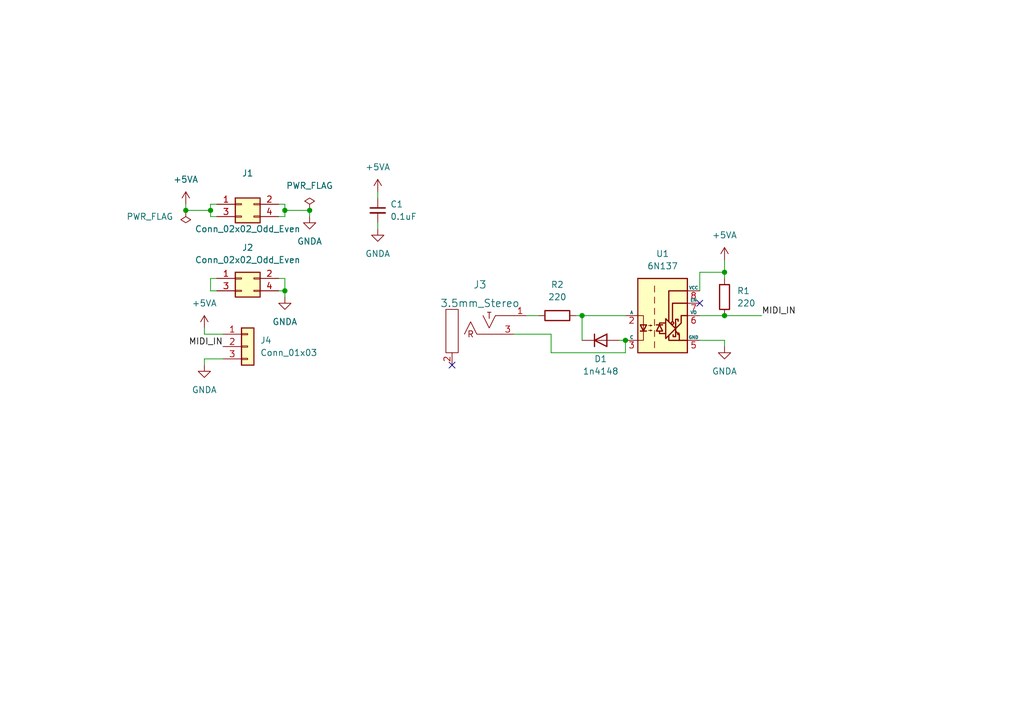
<source format=kicad_sch>
(kicad_sch (version 20211123) (generator eeschema)
  (paper "A5")
  (lib_symbols
    (symbol "4ms:3.5mm_Stereo" (pin_names (offset 0) hide)
      (property "Reference" "J" (at -6.35 -7.62 0))
      (property "Value" "3.5mm_Stereo" (at 6.35 6.604 0))
      (symbol "3.5mm_Stereo_0_0"
        (rectangle (start -6.35 5.08) (end -3.81 -3.81))
        (polyline (pts (xy 1.27 3.81) (xy 2.54 1.27) (xy 3.81 3.81) (xy 7.62 3.81)))
        (text "R" (at -1.27 0 0) (effects (font (size 1.27 1.27))))
        (text "T" (at 2.54 3.81 0) (effects (font (size 1.27 1.27))))
      )
      (symbol "3.5mm_Stereo_0_1"
        (polyline (pts (xy 5.08 0) (xy 0 0) (xy -1.27 2.54) (xy -2.54 0)))
      )
      (symbol "3.5mm_Stereo_1_1"
        (pin passive line (at 10.16 3.81 180) (length 2.54) (name "SIG") (number "1"))
        (pin passive line (at -5.08 -6.35 90) (length 2.54) (name "SHEILD") (number "2"))
        (pin passive line (at 7.62 0 180) (length 2.54) (name "SW") (number "3"))
      )
    )
    (symbol "Connector_Generic:Conn_01x03" (pin_names (offset 1.016) hide)
      (property "Reference" "J" (at 0 5.08 0))
      (property "Value" "Conn_01x03" (at 0 -5.08 0))
      (symbol "Conn_01x03_1_1"
        (rectangle (start -1.27 -2.413) (end 0 -2.667) (stroke (width 0.1524)))
        (rectangle (start -1.27 0.127) (end 0 -0.127) (stroke (width 0.1524)))
        (rectangle (start -1.27 2.667) (end 0 2.413) (stroke (width 0.1524)))
        (rectangle (start -1.27 3.81) (end 1.27 -3.81) (stroke (width 0.254)) (fill (type background)))
        (pin passive line (at -5.08 2.54 0) (length 3.81) (name "Pin_1") (number "1"))
        (pin passive line (at -5.08 0 0) (length 3.81) (name "Pin_2") (number "2"))
        (pin passive line (at -5.08 -2.54 0) (length 3.81) (name "Pin_3") (number "3"))
      )
    )
    (symbol "Connector_Generic:Conn_02x02_Odd_Even" (pin_names (offset 1.016) hide)
      (property "Reference" "J" (at 1.27 2.54 0))
      (property "Value" "Conn_02x02_Odd_Even" (at 1.27 -5.08 0))
      (symbol "Conn_02x02_Odd_Even_1_1"
        (rectangle (start -1.27 -2.413) (end 0 -2.667) (stroke (width 0.1524)))
        (rectangle (start -1.27 0.127) (end 0 -0.127) (stroke (width 0.1524)))
        (rectangle (start -1.27 1.27) (end 3.81 -3.81) (stroke (width 0.254)) (fill (type background)))
        (rectangle (start 3.81 -2.413) (end 2.54 -2.667) (stroke (width 0.1524)))
        (rectangle (start 3.81 0.127) (end 2.54 -0.127) (stroke (width 0.1524)))
        (pin passive line (at -5.08 0 0) (length 3.81) (name "Pin_1") (number "1"))
        (pin passive line (at 7.62 0 180) (length 3.81) (name "Pin_2") (number "2"))
        (pin passive line (at -5.08 -2.54 0) (length 3.81) (name "Pin_3") (number "3"))
        (pin passive line (at 7.62 -2.54 180) (length 3.81) (name "Pin_4") (number "4"))
      )
    )
    (symbol "Device:C_Small" (pin_numbers hide) (pin_names (offset 0.254) hide)
      (property "Reference" "C" (at 0.254 1.778 0))
      (property "Value" "C_Small" (at 0.254 -2.032 0))
      (symbol "C_Small_0_1"
        (polyline (pts (xy -1.524 -0.508) (xy 1.524 -0.508)) (stroke (width 0.3302)))
        (polyline (pts (xy -1.524 0.508) (xy 1.524 0.508)) (stroke (width 0.3048)))
      )
      (symbol "C_Small_1_1"
        (pin passive line (at 0 2.54 270) (length 2.032) (name "~") (number "1"))
        (pin passive line (at 0 -2.54 90) (length 2.032) (name "~") (number "2"))
      )
    )
    (symbol "Device:D" (pin_numbers hide) (pin_names (offset 1.016) hide)
      (property "Reference" "D" (at 0 2.54 0))
      (property "Value" "D" (at 0 -2.54 0))
      (symbol "D_0_1"
        (polyline (pts (xy -1.27 1.27) (xy -1.27 -1.27)) (stroke (width 0.254)))
        (polyline (pts (xy 1.27 0) (xy -1.27 0)))
        (polyline (pts (xy 1.27 1.27) (xy 1.27 -1.27) (xy -1.27 0) (xy 1.27 1.27)) (stroke (width 0.254)))
      )
      (symbol "D_1_1"
        (pin passive line (at -3.81 0 0) (length 2.54) (name "K") (number "1"))
        (pin passive line (at 3.81 0 180) (length 2.54) (name "A") (number "2"))
      )
    )
    (symbol "Device:R" (pin_numbers hide) (pin_names (offset 0))
      (property "Reference" "R" (at 2.032 0 90))
      (property "Value" "R" (at 0 0 90))
      (symbol "R_0_1"
        (rectangle (start -1.016 -2.54) (end 1.016 2.54) (stroke (width 0.254)))
      )
      (symbol "R_1_1"
        (pin passive line (at 0 3.81 270) (length 1.27) (name "~") (number "1"))
        (pin passive line (at 0 -3.81 90) (length 1.27) (name "~") (number "2"))
      )
    )
    (symbol "Isolator:6N137" (pin_names (offset 0))
      (property "Reference" "U" (at -4.064 8.89 0))
      (property "Value" "6N137" (at 0 -8.89 0))
      (symbol "6N137_0_1"
        (polyline (pts (xy 2.667 -3.556) (xy 2.667 -1.651)) (stroke (width 0.254)))
        (polyline (pts (xy 2.667 -2.159) (xy 2.667 -2.921)) (stroke (width 0.254)))
        (polyline (pts (xy 3.429 -3.937) (xy 3.429 -5.08)) (stroke (width 0.254)))
        (polyline (pts (xy -0.635 -3.302) (xy -0.635 -3.683) (xy 0.635 -3.683)) (stroke (width 0.254)))
        (polyline (pts (xy -0.635 -1.905) (xy -0.635 -1.524) (xy 0.508 -1.524)) (stroke (width 0.254)))
        (polyline (pts (xy 1.27 -4.064) (xy 1.27 -5.08) (xy 5.08 -5.08)) (stroke (width 0.254)))
        (polyline (pts (xy 1.27 -1.27) (xy 1.27 5.08) (xy 5.08 5.08)) (stroke (width 0.254)))
        (polyline (pts (xy 2.032 -1.27) (xy 2.032 2.54) (xy 5.08 2.54)) (stroke (width 0.254)))
        (polyline (pts (xy -5.08 -5.08) (xy -3.937 -5.08) (xy -3.937 0) (xy -5.08 0)))
        (polyline (pts (xy 2.667 -3.302) (xy 2.667 -4.318) (xy 2.159 -4.318) (xy 2.159 -3.937)) (stroke (width 0.254)))
        (polyline (pts (xy 2.667 -2.667) (xy 0.635 -4.699) (xy 0.635 -0.635) (xy 2.667 -2.667)) (stroke (width 0.254)))
        (polyline (pts (xy 2.667 -1.778) (xy 2.667 -0.762) (xy 3.175 -0.762) (xy 3.175 -1.143)) (stroke (width 0.254)))
        (polyline (pts (xy 2.794 -2.54) (xy 3.81 -1.524) (xy 3.81 0) (xy 5.08 0)) (stroke (width 0.254)))
        (polyline (pts (xy 2.667 -3.175) (xy 3.429 -3.937) (xy 3.302 -3.556) (xy 3.048 -3.81) (xy 3.429 -3.937)) (stroke (width 0.254)))
        (circle (center 2.032 -1.524) (radius 0.254) (stroke (width 0.254)))
      )
      (symbol "6N137_1_1"
        (rectangle (start -5.08 7.62) (end 5.08 -7.62) (stroke (width 0.254)) (fill (type background)))
        (polyline (pts (xy -4.572 -3.175) (xy -3.302 -3.175)) (stroke (width 0.254)))
        (polyline (pts (xy -1.651 -5.334) (xy -1.651 -6.604)))
        (polyline (pts (xy -1.651 -3.048) (xy -1.651 -4.318)))
        (polyline (pts (xy -1.651 -0.762) (xy -1.651 -2.032)))
        (polyline (pts (xy -1.651 1.524) (xy -1.651 0.254)))
        (polyline (pts (xy -1.651 3.81) (xy -1.651 2.54)))
        (polyline (pts (xy -1.651 6.096) (xy -1.651 4.826)))
        (polyline (pts (xy -1.27 -1.905) (xy 0 -1.905)) (stroke (width 0.254)))
        (polyline (pts (xy -3.937 -3.175) (xy -4.572 -1.905) (xy -3.302 -1.905) (xy -3.937 -3.175)) (stroke (width 0.254)))
        (polyline (pts (xy -0.635 -1.905) (xy -1.27 -3.175) (xy 0 -3.175) (xy -0.635 -1.905)) (stroke (width 0.254)))
        (polyline (pts (xy -2.921 -3.048) (xy -2.159 -3.048) (xy -2.54 -3.175) (xy -2.54 -2.921) (xy -2.159 -3.048)) (stroke (width 0.127)))
        (polyline (pts (xy -2.921 -2.032) (xy -2.159 -2.032) (xy -2.54 -2.159) (xy -2.54 -1.905) (xy -2.159 -2.032)) (stroke (width 0.127)))
        (pin no_connect line (at -5.08 5.08 0) (length 2.54) hide (name "NC") (number "1"))
        (pin passive line (at -7.62 0 0) (length 2.54) (name "A") (number "2"))
        (pin passive line (at -7.62 -5.08 0) (length 2.54) (name "C") (number "3"))
        (pin power_in line (at 7.62 -5.08 180) (length 2.54) (name "GND") (number "5"))
        (pin open_collector line (at 7.62 0 180) (length 2.54) (name "VO") (number "6"))
        (pin input line (at 7.62 2.54 180) (length 2.54) (name "EN") (number "7"))
        (pin power_in line (at 7.62 5.08 180) (length 2.54) (name "VCC") (number "8"))
      )
    )
    (symbol "power:+5VA" (power) (pin_names (offset 0))
      (property "Value" "+5VA" (at 0 3.556 0))
      (symbol "+5VA_0_1"
        (polyline (pts (xy -0.762 1.27) (xy 0 2.54)))
        (polyline (pts (xy 0 0) (xy 0 2.54)))
        (polyline (pts (xy 0 2.54) (xy 0.762 1.27)))
      )
      (symbol "+5VA_1_1"
        (pin power_in line (at 0 0 90) (length 0) hide (name "+5VA") (number "1"))
      )
    )
    (symbol "power:GNDA" (power) (pin_names (offset 0))
      (property "Value" "GNDA" (at 0 -3.81 0))
      (symbol "GNDA_0_1"
        (polyline (pts (xy 0 0) (xy 0 -1.27) (xy 1.27 -1.27) (xy 0 -2.54) (xy -1.27 -1.27) (xy 0 -1.27)))
      )
      (symbol "GNDA_1_1"
        (pin power_in line (at 0 0 270) (length 0) hide (name "GNDA") (number "1"))
      )
    )
    (symbol "power:PWR_FLAG" (power) (pin_numbers hide) (pin_names (offset 0) hide)
      (property "Value" "PWR_FLAG" (at 0 3.81 0))
      (symbol "PWR_FLAG_0_0"
        (pin power_out line (at 0 0 90) (length 0) (name "pwr") (number "1"))
      )
      (symbol "PWR_FLAG_0_1"
        (polyline (pts (xy 0 0) (xy 0 1.27) (xy -1.016 1.905) (xy 0 2.54) (xy 1.016 1.905) (xy 0 1.27)))
      )
    )
  )
  (junction (at 58.42 43.18))
  (junction (at 119.38 64.77))
  (junction (at 43.18 43.18))
  (junction (at 148.59 55.88))
  (junction (at 128.27 69.85))
  (junction (at 148.59 64.77))
  (junction (at 38.1 43.18))
  (junction (at 58.42 59.69))
  (junction (at 63.5 43.18))
  (no_connect (at 92.71 74.93))
  (no_connect (at 143.51 62.23))
  (wire (pts (xy 41.91 68.58) (xy 45.72 68.58)))
  (wire (pts (xy 57.15 44.45) (xy 58.42 44.45)))
  (wire (pts (xy 58.42 41.91) (xy 58.42 43.18)))
  (wire (pts (xy 143.51 69.85) (xy 148.59 69.85)))
  (wire (pts (xy 58.42 43.18) (xy 58.42 44.45)))
  (wire (pts (xy 57.15 57.15) (xy 58.42 57.15)))
  (wire (pts (xy 143.51 64.77) (xy 148.59 64.77)))
  (wire (pts (xy 77.47 39.37) (xy 77.47 40.64)))
  (wire (pts (xy 44.45 59.69) (xy 43.18 59.69)))
  (wire (pts (xy 43.18 44.45) (xy 44.45 44.45)))
  (wire (pts (xy 63.5 44.45) (xy 63.5 43.18)))
  (wire (pts (xy 119.38 64.77) (xy 128.27 64.77)))
  (wire (pts (xy 119.38 64.77) (xy 119.38 69.85)))
  (wire (pts (xy 143.51 59.69) (xy 143.51 55.88)))
  (wire (pts (xy 57.15 59.69) (xy 58.42 59.69)))
  (wire (pts (xy 38.1 41.91) (xy 38.1 43.18)))
  (wire (pts (xy 148.59 55.88) (xy 148.59 57.15)))
  (wire (pts (xy 113.03 72.39) (xy 128.27 72.39)))
  (wire (pts (xy 43.18 43.18) (xy 38.1 43.18)))
  (wire (pts (xy 77.47 45.72) (xy 77.47 46.99)))
  (wire (pts (xy 148.59 53.34) (xy 148.59 55.88)))
  (wire (pts (xy 148.59 64.77) (xy 156.21 64.77)))
  (wire (pts (xy 128.27 69.85) (xy 128.27 72.39)))
  (wire (pts (xy 107.95 64.77) (xy 110.49 64.77)))
  (wire (pts (xy 44.45 41.91) (xy 43.18 41.91)))
  (wire (pts (xy 113.03 68.58) (xy 113.03 72.39)))
  (wire (pts (xy 58.42 59.69) (xy 58.42 60.96)))
  (wire (pts (xy 43.18 43.18) (xy 43.18 44.45)))
  (wire (pts (xy 57.15 41.91) (xy 58.42 41.91)))
  (wire (pts (xy 41.91 67.31) (xy 41.91 68.58)))
  (wire (pts (xy 128.27 69.85) (xy 127 69.85)))
  (wire (pts (xy 143.51 55.88) (xy 148.59 55.88)))
  (wire (pts (xy 41.91 74.93) (xy 41.91 73.66)))
  (wire (pts (xy 58.42 57.15) (xy 58.42 59.69)))
  (wire (pts (xy 43.18 59.69) (xy 43.18 57.15)))
  (wire (pts (xy 105.41 68.58) (xy 113.03 68.58)))
  (wire (pts (xy 41.91 73.66) (xy 45.72 73.66)))
  (wire (pts (xy 148.59 69.85) (xy 148.59 71.12)))
  (wire (pts (xy 58.42 43.18) (xy 63.5 43.18)))
  (wire (pts (xy 43.18 57.15) (xy 44.45 57.15)))
  (wire (pts (xy 43.18 41.91) (xy 43.18 43.18)))
  (wire (pts (xy 118.11 64.77) (xy 119.38 64.77)))
  (label "MIDI_IN" (at 45.72 71.12 180))
  (label "MIDI_IN" (at 156.21 64.77 0))
  (symbol (lib_id "Connector_Generic:Conn_01x03") (at 50.8 71.12 0) (unit 1)
    (property "Reference" "J4" (at 53.34 69.8499 0) (effects (justify left)))
    (property "Value" "Conn_01x03" (at 53.34 72.3899 0) (effects (justify left)))
    (property "Footprint" "Connector_PinHeader_2.54mm:PinHeader_1x03_P2.54mm_Vertical" (effects hide))
  )
  (symbol (lib_id "power:GNDA") (at 148.59 71.12 0) (unit 1)
    (property "Reference" "#PWR07" (effects hide))
    (property "Value" "GNDA" (at 148.59 76.2 0))
  )
  (symbol (lib_id "Device:D") (at 123.19 69.85 0) (unit 1)
    (property "Reference" "D1" (at 123.19 73.66 0))
    (property "Value" "1n4148" (at 123.19 76.2 0))
    (property "Footprint" "Diode_THT:D_DO-34_SOD68_P2.54mm_Vertical_KathodeUp" (effects hide))
  )
  (symbol (lib_id "power:PWR_FLAG") (at 38.1 43.18 180) (unit 1)
    (property "Reference" "#FLG01" (effects hide))
    (property "Value" "PWR_FLAG" (at 35.56 44.4499 0) (effects (justify left)))
  )
  (symbol (lib_id "power:+5VA") (at 41.91 67.31 0) (unit 1)
    (property "Reference" "#PWR06" (effects hide))
    (property "Value" "+5VA" (at 41.91 62.23 0))
  )
  (symbol (lib_id "power:+5VA") (at 77.47 39.37 0) (unit 1)
    (property "Reference" "#PWR01" (effects hide))
    (property "Value" "+5VA" (at 77.47 34.29 0))
  )
  (symbol (lib_id "power:GNDA") (at 58.42 60.96 0) (unit 1)
    (property "Reference" "#PWR?" (effects hide))
    (property "Value" "GNDA" (at 58.42 66.04 0))
  )
  (symbol (lib_id "Isolator:6N137") (at 135.89 64.77 0) (unit 1)
    (property "Reference" "U1" (at 135.89 52.07 0))
    (property "Value" "6N137" (at 135.89 54.61 0))
    (property "Footprint" "Package_DIP:DIP-8_W7.62mm" (effects hide))
    (property "Datasheet" "https://docs.broadcom.com/docs/AV02-0940EN" (effects hide))
  )
  (symbol (lib_id "power:+5VA") (at 148.59 53.34 0) (unit 1)
    (property "Reference" "#PWR05" (effects hide))
    (property "Value" "+5VA" (at 148.59 48.26 0))
  )
  (symbol (lib_id "4ms:3.5mm_Stereo") (at 97.79 68.58 0) (unit 1)
    (property "Reference" "J3" (at 98.425 58.42 0) (effects (font (size 1.524 1.524))))
    (property "Value" "3.5mm_Stereo" (at 98.425 62.23 0) (effects (font (size 1.524 1.524))))
    (property "Footprint" "4ms:EighthInch_PJ398SM" (effects hide))
    (property "Specifications" "Audio 3.5mm Jack, Stereo, PC-pin Vertical" (effects hide))
    (property "Manufacturer" "Wenzhou QingPu Electronics Co" (effects hide))
    (property "Part Number" "WQP-WQP419GR" (effects hide))
  )
  (symbol (lib_id "power:+5VA") (at 38.1 41.91 0) (unit 1)
    (property "Reference" "#PWR02" (effects hide))
    (property "Value" "+5VA" (at 38.1 36.83 0))
  )
  (symbol (lib_id "Device:R") (at 148.59 60.96 180) (unit 1)
    (property "Reference" "R1" (at 151.13 59.6899 0) (effects (justify right)))
    (property "Value" "220" (at 151.13 62.2299 0) (effects (justify right)))
    (property "Footprint" "Resistor_THT:R_Axial_DIN0207_L6.3mm_D2.5mm_P2.54mm_Vertical" (effects hide))
  )
  (symbol (lib_id "Device:C_Small") (at 77.47 43.18 0) (unit 1)
    (property "Reference" "C1" (at 80.01 41.9162 0) (effects (justify left)))
    (property "Value" "0.1uF" (at 80.01 44.4562 0) (effects (justify left)))
    (property "Footprint" "Capacitor_THT:C_Disc_D5.0mm_W2.5mm_P5.00mm" (effects hide))
  )
  (symbol (lib_id "power:GNDA") (at 41.91 74.93 0) (unit 1)
    (property "Reference" "#PWR08" (effects hide))
    (property "Value" "GNDA" (at 41.91 80.01 0))
  )
  (symbol (lib_id "Device:R") (at 114.3 64.77 90) (unit 1)
    (property "Reference" "R2" (at 114.3 58.42 90))
    (property "Value" "220" (at 114.3 60.96 90))
    (property "Footprint" "Resistor_THT:R_Axial_DIN0207_L6.3mm_D2.5mm_P2.54mm_Vertical" (effects hide))
  )
  (symbol (lib_id "Connector_Generic:Conn_02x02_Odd_Even") (at 49.53 57.15 0) (unit 1)
    (property "Reference" "J2" (at 50.8 50.8 0))
    (property "Value" "Conn_02x02_Odd_Even" (at 50.8 53.34 0))
    (property "Footprint" "Connector_PinHeader_2.54mm:PinHeader_2x02_P2.54mm_Vertical" (effects hide))
  )
  (symbol (lib_id "power:PWR_FLAG") (at 63.5 43.18 0) (unit 1)
    (property "Reference" "#FLG02" (effects hide))
    (property "Value" "PWR_FLAG" (at 63.5 38.1 0))
  )
  (symbol (lib_id "power:GNDA") (at 77.47 46.99 0) (unit 1)
    (property "Reference" "#PWR04" (effects hide))
    (property "Value" "GNDA" (at 77.47 52.07 0))
  )
  (symbol (lib_id "power:GNDA") (at 63.5 44.45 0) (unit 1)
    (property "Reference" "#PWR03" (effects hide))
    (property "Value" "GNDA" (at 63.5 49.53 0))
  )
  (symbol (lib_id "Connector_Generic:Conn_02x02_Odd_Even") (at 49.53 41.91 0) (unit 1)
    (property "Reference" "J1" (at 50.8 35.56 0))
    (property "Value" "Conn_02x02_Odd_Even" (at 50.8 46.99 0))
    (property "Footprint" "Connector_PinHeader_2.54mm:PinHeader_2x02_P2.54mm_Vertical" (effects hide))
  )
)
</source>
